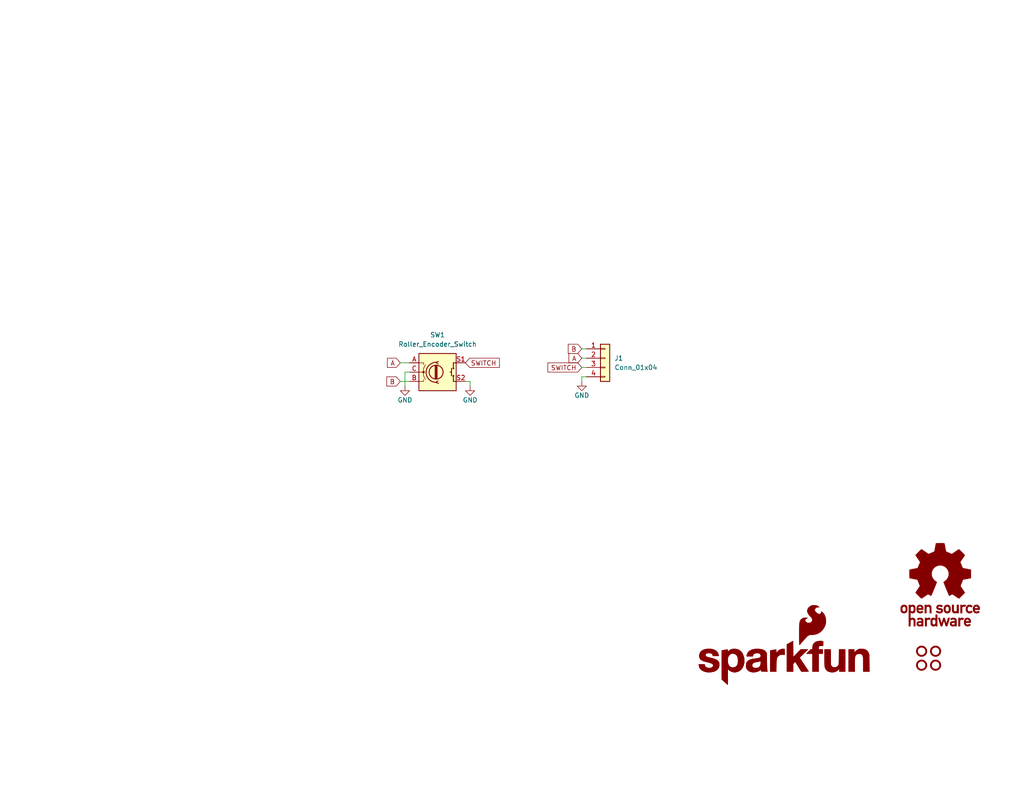
<source format=kicad_sch>
(kicad_sch (version 20250114) (generator "eeschema") (generator_version "9.0")
  (paper "USLetter")
  (title_block (title "Roller Encoder Breakout") (date "2025-01-24") (rev "v10") (comment 1 "Designed by: N. Seidle"))
  (lib_symbols
    (symbol "RollerEncoder:Roller_Encoder_Switch" (pin_names (offset 0.254) (hide yes))
      (property "Reference" "SW" (at 0 6.604 0))
      (property "Value" "Roller_Encoder_Switch" (at 0 -6.604 0))
      (symbol "Roller_Encoder_Switch_1_1"
        (pin passive line (at -7.62 2.54 0) (length 2.54) (name "A") (number "A"))
        (pin passive line (at -7.62 0 0) (length 2.54) (name "C") (number "C"))
        (pin passive line (at -7.62 -2.54 0) (length 2.54) (name "B") (number "B"))
        (pin passive line (at 7.62 2.54 180) (length 2.54) (name "S1") (number "S1"))
        (pin passive line (at 7.62 -2.54 180) (length 2.54) (name "S2") (number "S2"))
      )
    )
    (symbol "SparkFun-Aesthetic:OSHW_Logo" (pin_names (offset 1.016)) (in_bom no))
    (symbol "SparkFun-Aesthetic:SparkFun_Logo" (pin_names (offset 1.016)) (on_board no))
    (symbol "SparkFun-Connector:Conn_01x04" (pin_names (offset 1.016) (hide yes))
      (property "Reference" "J" (at 0 5.08 0))
      (property "Value" "Conn_01x04" (at 0 -7.62 0))
      (symbol "Conn_01x04_1_1"
        (pin passive line (at -5.08 2.54 0) (length 3.81) (name "Pin_1") (number "1"))
        (pin passive line (at -5.08 0 0) (length 3.81) (name "Pin_2") (number "2"))
        (pin passive line (at -5.08 -2.54 0) (length 3.81) (name "Pin_3") (number "3"))
        (pin passive line (at -5.08 -5.08 0) (length 3.81) (name "Pin_4") (number "4"))
      )
    )
    (symbol "SparkFun-Hardware:Standoff")
    (symbol "SparkFun-PowerSymbol:GND" (power) (pin_names (offset 0))
      (property "Value" "GND" (at 0 -3.81 0))
      (symbol "GND_1_1"
        (pin power_in line (at 0 0 270) (length 0) (hide yes) (name "GND") (number "1"))
      )
    )
  )
  (wire (pts (xy 160.02 102.87) (xy 158.75 102.87)))
  (wire (pts (xy 158.75 102.87) (xy 158.75 104.14)))
  (wire (pts (xy 109.22 99.06) (xy 111.76 99.06)))
  (wire (pts (xy 110.49 101.6) (xy 111.76 101.6)))
  (wire (pts (xy 160.02 95.25) (xy 158.75 95.25)))
  (wire (pts (xy 127 104.14) (xy 128.27 104.14)))
  (wire (pts (xy 110.49 101.6) (xy 110.49 105.41)))
  (wire (pts (xy 109.22 104.14) (xy 111.76 104.14)))
  (wire (pts (xy 160.02 97.79) (xy 158.75 97.79)))
  (wire (pts (xy 160.02 100.33) (xy 158.75 100.33)))
  (wire (pts (xy 128.27 104.14) (xy 128.27 105.41)))
  (global_label "B" (shape input) (at 158.75 95.25 180) (property "Intersheetrefs" "${INTERSHEET_REFS}" (effects (hide yes))))
  (global_label "A" (shape input) (at 158.75 97.79 180) (property "Intersheetrefs" "${INTERSHEET_REFS}" (effects (hide yes))))
  (global_label "SWITCH" (shape input) (at 158.75 100.33 180) (property "Intersheetrefs" "${INTERSHEET_REFS}" (effects (hide yes))))
  (global_label "SWITCH" (shape input) (at 127 99.06 0) (property "Intersheetrefs" "${INTERSHEET_REFS}" (effects (hide yes))))
  (global_label "A" (shape input) (at 109.22 99.06 180) (property "Intersheetrefs" "${INTERSHEET_REFS}" (effects (hide yes))))
  (global_label "B" (shape input) (at 109.22 104.14 180) (property "Intersheetrefs" "${INTERSHEET_REFS}" (effects (hide yes))))
  (symbol (lib_id "SparkFun-Hardware:Standoff") (at 251.46 181.61 0) (unit 1)
    (property "Reference" "ST4" (effects (hide yes)))
    (property "Value" "Standoff" (effects (hide yes)))
    (property "Footprint" "SparkFun-Hardware:Standoff" (effects (hide yes)))
    (property "Description" "Drill holes for mechanically mounting via screws, standoffs, etc." (effects (hide yes)))
  )
  (symbol (lib_id "SparkFun-Aesthetic:SparkFun_Logo") (at 213.36 180.34 0) (unit 1) (on_board no)
    (property "Reference" "G5" (effects (hide yes)))
    (property "Value" "SparkFun_Logo" (effects (hide yes)))
    (property "Footprint" "SparkFun-Aesthetic:SparkFun_Logo_8mm" (effects (hide yes)))
  )
  (symbol (lib_id "SparkFun-Connector:Conn_01x04") (at 165.1 97.79 0) (unit 1)
    (property "Reference" "J1" (at 167.64 97.7899 0) (effects (justify left)))
    (property "Value" "Conn_01x04" (at 167.64 100.3299 0) (effects (justify left)))
    (property "Footprint" "SparkFun-Connector:1x04" (effects (hide yes)))
    (property "Description" "Generic connector, single row, 01x04, script generated (kicad-library-utils/schlib/autogen/connector/)" (effects (hide yes)))
  )
  (symbol (lib_id "SparkFun-Hardware:Standoff") (at 255.27 181.61 0) (unit 1)
    (property "Reference" "ST2" (effects (hide yes)))
    (property "Value" "Standoff" (effects (hide yes)))
    (property "Footprint" "SparkFun-Hardware:Standoff" (effects (hide yes)))
    (property "Description" "Drill holes for mechanically mounting via screws, standoffs, etc." (effects (hide yes)))
  )
  (symbol (lib_id "SparkFun-Aesthetic:OSHW_Logo") (at 256.54 163.83 0) (unit 1) (in_bom no)
    (property "Reference" "G1" (effects (hide yes)))
    (property "Value" "OSHW_Logo" (effects (hide yes)))
    (property "Footprint" "SparkFun-Aesthetic:Creative_Commons_License" (effects (hide yes)))
  )
  (symbol (lib_id "SparkFun-Hardware:Standoff") (at 251.46 177.8 0) (unit 1)
    (property "Reference" "ST3" (effects (hide yes)))
    (property "Value" "Standoff" (effects (hide yes)))
    (property "Footprint" "SparkFun-Hardware:Standoff" (effects (hide yes)))
    (property "Description" "Drill holes for mechanically mounting via screws, standoffs, etc." (effects (hide yes)))
  )
  (symbol (lib_id "SparkFun-Hardware:Standoff") (at 255.27 177.8 0) (unit 1)
    (property "Reference" "ST1" (effects (hide yes)))
    (property "Value" "Standoff" (effects (hide yes)))
    (property "Footprint" "SparkFun-Hardware:Standoff" (effects (hide yes)))
    (property "Description" "Drill holes for mechanically mounting via screws, standoffs, etc." (effects (hide yes)))
  )
  (symbol (lib_id "RollerEncoder:Roller_Encoder_Switch") (at 119.38 101.6 0) (unit 1)
    (property "Reference" "SW1" (at 119.38 91.44 0))
    (property "Value" "Roller_Encoder_Switch" (at 119.38 93.98 0))
    (property "Footprint" "RollerEncoder:RollerEncoder" (effects (hide yes)))
    (property "Description" "Roller encoder, incremental quadrate outputs, with switch" (effects (hide yes)))
  )
  (symbol (lib_id "SparkFun-PowerSymbol:GND") (at 110.49 105.41 0) (unit 1)
    (property "Reference" "#PWR02" (effects (hide yes)))
    (property "Value" "GND" (at 110.49 109.22 0))
    (property "Description" "Power symbol creates a global label with name \"GND\" , ground" (effects (hide yes)))
  )
  (symbol (lib_id "SparkFun-Aesthetic:SparkFun_Logo") (at 213.36 180.34 0) (unit 1) (on_board no)
    (property "Reference" "G3" (effects (hide yes)))
    (property "Value" "SparkFun_Logo" (effects (hide yes)))
  )
  (symbol (lib_id "SparkFun-PowerSymbol:GND") (at 128.27 105.41 0) (unit 1)
    (property "Reference" "#PWR01" (effects (hide yes)))
    (property "Value" "GND" (at 128.27 109.22 0))
    (property "Description" "Power symbol creates a global label with name \"GND\" , ground" (effects (hide yes)))
  )
  (symbol (lib_id "SparkFun-PowerSymbol:GND") (at 158.75 104.14 0) (unit 1)
    (property "Reference" "#PWR03" (effects (hide yes)))
    (property "Value" "GND" (at 158.75 107.95 0))
    (property "Description" "Power symbol creates a global label with name \"GND\" , ground" (effects (hide yes)))
  )
)
</source>
